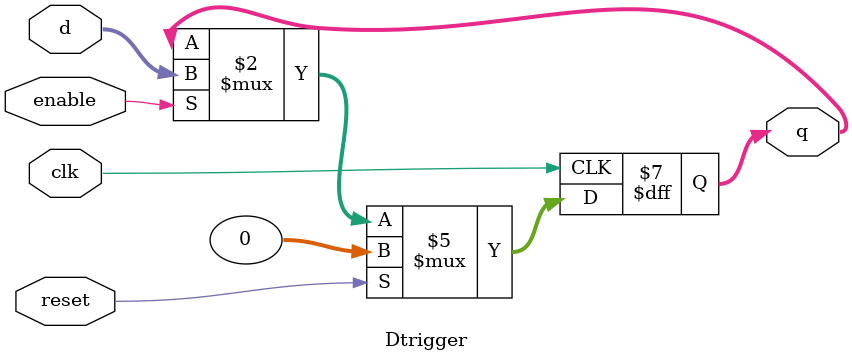
<source format=v>
module Dtrigger(
//outputs
q,
//inputs
clk, reset, d, enable
);
	input clk, reset, enable;
	input [31:0] d;
	output reg [31:0] q;
	
	always@(posedge clk)
	begin
		if (reset) q <= 0;
		else if(enable) q <= d;
	end 
	
endmodule
</source>
